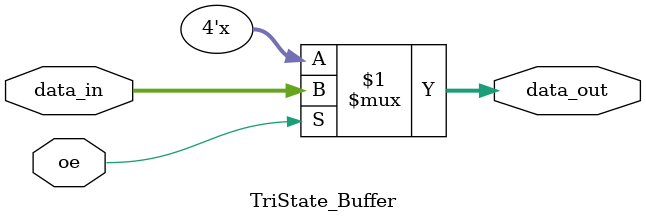
<source format=sv>
module TriState_XNOR(
    input oe,
    input [3:0] in1, in2,
    output [3:0] res
);
    wire [3:0] xnor_result;
    
    // 实例化XNOR逻辑子模块
    XNOR_Logic xnor_logic_inst (
        .in1(in1),
        .in2(in2),
        .result(xnor_result)
    );
    
    // 实例化三态缓冲器子模块
    TriState_Buffer tristate_buffer_inst (
        .oe(oe),
        .data_in(xnor_result),
        .data_out(res)
    );
endmodule

// XNOR逻辑子模块
module XNOR_Logic(
    input [3:0] in1, in2,
    output [3:0] result
);
    // 使用等价的布尔表达式实现XNOR操作
    // (in1 & in2) | (~in1 & ~in2) 在某些架构上具有更好的PPA特性
    assign result = (in1 & in2) | (~in1 & ~in2);
endmodule

// 三态缓冲器子模块
module TriState_Buffer(
    input oe,
    input [3:0] data_in,
    output [3:0] data_out
);
    // 实现三态输出控制
    assign data_out = oe ? data_in : 4'bzzzz;
endmodule
</source>
